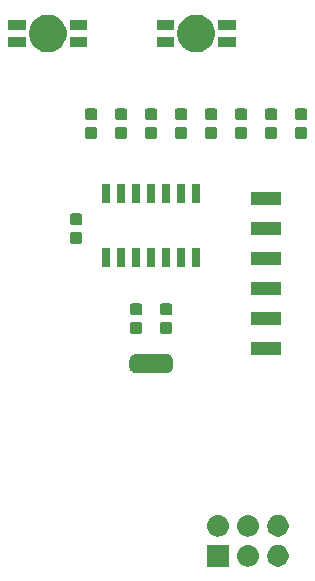
<source format=gbs>
G04 #@! TF.GenerationSoftware,KiCad,Pcbnew,(5.1.0)-1*
G04 #@! TF.CreationDate,2019-10-12T09:41:54-05:00*
G04 #@! TF.ProjectId,supercon-2019-blink,73757065-7263-46f6-9e2d-323031392d62,v01*
G04 #@! TF.SameCoordinates,Original*
G04 #@! TF.FileFunction,Soldermask,Bot*
G04 #@! TF.FilePolarity,Negative*
%FSLAX46Y46*%
G04 Gerber Fmt 4.6, Leading zero omitted, Abs format (unit mm)*
G04 Created by KiCad (PCBNEW (5.1.0)-1) date 2019-10-12 09:41:54*
%MOMM*%
%LPD*%
G04 APERTURE LIST*
%ADD10C,0.100000*%
G04 APERTURE END LIST*
D10*
G36*
X150072600Y-123870600D02*
G01*
X148243400Y-123870600D01*
X148243400Y-122041400D01*
X150072600Y-122041400D01*
X150072600Y-123870600D01*
X150072600Y-123870600D01*
G37*
G36*
X151877294Y-122054633D02*
G01*
X152049695Y-122106931D01*
X152208583Y-122191858D01*
X152347849Y-122306151D01*
X152462142Y-122445417D01*
X152547069Y-122604305D01*
X152599367Y-122776706D01*
X152617025Y-122956000D01*
X152599367Y-123135294D01*
X152547069Y-123307695D01*
X152462142Y-123466583D01*
X152347849Y-123605849D01*
X152208583Y-123720142D01*
X152049695Y-123805069D01*
X151877294Y-123857367D01*
X151742931Y-123870600D01*
X151653069Y-123870600D01*
X151518706Y-123857367D01*
X151346305Y-123805069D01*
X151187417Y-123720142D01*
X151048151Y-123605849D01*
X150933858Y-123466583D01*
X150848931Y-123307695D01*
X150796633Y-123135294D01*
X150778975Y-122956000D01*
X150796633Y-122776706D01*
X150848931Y-122604305D01*
X150933858Y-122445417D01*
X151048151Y-122306151D01*
X151187417Y-122191858D01*
X151346305Y-122106931D01*
X151518706Y-122054633D01*
X151653069Y-122041400D01*
X151742931Y-122041400D01*
X151877294Y-122054633D01*
X151877294Y-122054633D01*
G37*
G36*
X154504778Y-122076547D02*
G01*
X154671224Y-122145491D01*
X154821022Y-122245583D01*
X154948417Y-122372978D01*
X155048509Y-122522776D01*
X155117453Y-122689222D01*
X155152600Y-122865918D01*
X155152600Y-123046082D01*
X155117453Y-123222778D01*
X155048509Y-123389224D01*
X154948417Y-123539022D01*
X154821022Y-123666417D01*
X154671224Y-123766509D01*
X154504778Y-123835453D01*
X154328082Y-123870600D01*
X154147918Y-123870600D01*
X153971222Y-123835453D01*
X153804776Y-123766509D01*
X153654978Y-123666417D01*
X153527583Y-123539022D01*
X153427491Y-123389224D01*
X153358547Y-123222778D01*
X153323400Y-123046082D01*
X153323400Y-122865918D01*
X153358547Y-122689222D01*
X153427491Y-122522776D01*
X153527583Y-122372978D01*
X153654978Y-122245583D01*
X153804776Y-122145491D01*
X153971222Y-122076547D01*
X154147918Y-122041400D01*
X154328082Y-122041400D01*
X154504778Y-122076547D01*
X154504778Y-122076547D01*
G37*
G36*
X154504778Y-119536547D02*
G01*
X154671224Y-119605491D01*
X154821022Y-119705583D01*
X154948417Y-119832978D01*
X155048509Y-119982776D01*
X155117453Y-120149222D01*
X155152600Y-120325918D01*
X155152600Y-120506082D01*
X155117453Y-120682778D01*
X155048509Y-120849224D01*
X154948417Y-120999022D01*
X154821022Y-121126417D01*
X154671224Y-121226509D01*
X154504778Y-121295453D01*
X154328082Y-121330600D01*
X154147918Y-121330600D01*
X153971222Y-121295453D01*
X153804776Y-121226509D01*
X153654978Y-121126417D01*
X153527583Y-120999022D01*
X153427491Y-120849224D01*
X153358547Y-120682778D01*
X153323400Y-120506082D01*
X153323400Y-120325918D01*
X153358547Y-120149222D01*
X153427491Y-119982776D01*
X153527583Y-119832978D01*
X153654978Y-119705583D01*
X153804776Y-119605491D01*
X153971222Y-119536547D01*
X154147918Y-119501400D01*
X154328082Y-119501400D01*
X154504778Y-119536547D01*
X154504778Y-119536547D01*
G37*
G36*
X151877294Y-119514633D02*
G01*
X152049695Y-119566931D01*
X152208583Y-119651858D01*
X152347849Y-119766151D01*
X152462142Y-119905417D01*
X152547069Y-120064305D01*
X152599367Y-120236706D01*
X152617025Y-120416000D01*
X152599367Y-120595294D01*
X152547069Y-120767695D01*
X152462142Y-120926583D01*
X152347849Y-121065849D01*
X152208583Y-121180142D01*
X152049695Y-121265069D01*
X151877294Y-121317367D01*
X151742931Y-121330600D01*
X151653069Y-121330600D01*
X151518706Y-121317367D01*
X151346305Y-121265069D01*
X151187417Y-121180142D01*
X151048151Y-121065849D01*
X150933858Y-120926583D01*
X150848931Y-120767695D01*
X150796633Y-120595294D01*
X150778975Y-120416000D01*
X150796633Y-120236706D01*
X150848931Y-120064305D01*
X150933858Y-119905417D01*
X151048151Y-119766151D01*
X151187417Y-119651858D01*
X151346305Y-119566931D01*
X151518706Y-119514633D01*
X151653069Y-119501400D01*
X151742931Y-119501400D01*
X151877294Y-119514633D01*
X151877294Y-119514633D01*
G37*
G36*
X149337294Y-119514633D02*
G01*
X149509695Y-119566931D01*
X149668583Y-119651858D01*
X149807849Y-119766151D01*
X149922142Y-119905417D01*
X150007069Y-120064305D01*
X150059367Y-120236706D01*
X150077025Y-120416000D01*
X150059367Y-120595294D01*
X150007069Y-120767695D01*
X149922142Y-120926583D01*
X149807849Y-121065849D01*
X149668583Y-121180142D01*
X149509695Y-121265069D01*
X149337294Y-121317367D01*
X149202931Y-121330600D01*
X149113069Y-121330600D01*
X148978706Y-121317367D01*
X148806305Y-121265069D01*
X148647417Y-121180142D01*
X148508151Y-121065849D01*
X148393858Y-120926583D01*
X148308931Y-120767695D01*
X148256633Y-120595294D01*
X148238975Y-120416000D01*
X148256633Y-120236706D01*
X148308931Y-120064305D01*
X148393858Y-119905417D01*
X148508151Y-119766151D01*
X148647417Y-119651858D01*
X148806305Y-119566931D01*
X148978706Y-119514633D01*
X149113069Y-119501400D01*
X149202931Y-119501400D01*
X149337294Y-119514633D01*
X149337294Y-119514633D01*
G37*
G36*
X142769999Y-105879737D02*
G01*
X142784528Y-105884145D01*
X142797711Y-105889606D01*
X142821745Y-105894388D01*
X142846249Y-105894389D01*
X142870282Y-105889609D01*
X142892921Y-105880232D01*
X142894765Y-105879000D01*
X144126050Y-105879000D01*
X144138164Y-105885475D01*
X144161613Y-105892588D01*
X144185999Y-105894990D01*
X144210385Y-105892588D01*
X144233834Y-105885475D01*
X144238746Y-105883152D01*
X144250001Y-105879737D01*
X144266140Y-105878148D01*
X144803861Y-105878148D01*
X144822199Y-105879954D01*
X144834450Y-105880556D01*
X144852869Y-105880556D01*
X144875149Y-105882750D01*
X144959233Y-105899476D01*
X144980660Y-105905976D01*
X145059858Y-105938780D01*
X145065303Y-105941691D01*
X145065309Y-105941693D01*
X145074169Y-105946429D01*
X145074173Y-105946432D01*
X145079614Y-105949340D01*
X145150899Y-105996971D01*
X145168204Y-106011172D01*
X145228828Y-106071796D01*
X145243029Y-106089101D01*
X145290660Y-106160386D01*
X145293568Y-106165827D01*
X145293571Y-106165831D01*
X145298307Y-106174691D01*
X145298309Y-106174697D01*
X145301220Y-106180142D01*
X145334024Y-106259340D01*
X145340524Y-106280767D01*
X145357250Y-106364851D01*
X145359444Y-106387131D01*
X145359444Y-106405550D01*
X145360046Y-106417801D01*
X145361852Y-106436139D01*
X145361852Y-106923862D01*
X145360046Y-106942199D01*
X145359444Y-106954450D01*
X145359444Y-106972869D01*
X145357250Y-106995149D01*
X145340524Y-107079233D01*
X145334024Y-107100660D01*
X145301220Y-107179858D01*
X145298309Y-107185303D01*
X145298307Y-107185309D01*
X145293571Y-107194169D01*
X145293568Y-107194173D01*
X145290660Y-107199614D01*
X145243029Y-107270899D01*
X145228828Y-107288204D01*
X145168204Y-107348828D01*
X145150899Y-107363029D01*
X145079614Y-107410660D01*
X145074173Y-107413568D01*
X145074169Y-107413571D01*
X145065309Y-107418307D01*
X145065303Y-107418309D01*
X145059858Y-107421220D01*
X144980660Y-107454024D01*
X144959233Y-107460524D01*
X144875149Y-107477250D01*
X144852869Y-107479444D01*
X144834450Y-107479444D01*
X144822199Y-107480046D01*
X144803862Y-107481852D01*
X144266140Y-107481852D01*
X144250001Y-107480263D01*
X144235472Y-107475855D01*
X144222289Y-107470394D01*
X144198255Y-107465612D01*
X144173751Y-107465611D01*
X144149718Y-107470391D01*
X144127079Y-107479768D01*
X144125235Y-107481000D01*
X142893950Y-107481000D01*
X142881836Y-107474525D01*
X142858387Y-107467412D01*
X142834001Y-107465010D01*
X142809615Y-107467412D01*
X142786166Y-107474525D01*
X142781254Y-107476848D01*
X142769999Y-107480263D01*
X142753860Y-107481852D01*
X142216138Y-107481852D01*
X142197801Y-107480046D01*
X142185550Y-107479444D01*
X142167131Y-107479444D01*
X142144851Y-107477250D01*
X142060767Y-107460524D01*
X142039340Y-107454024D01*
X141960142Y-107421220D01*
X141954697Y-107418309D01*
X141954691Y-107418307D01*
X141945831Y-107413571D01*
X141945827Y-107413568D01*
X141940386Y-107410660D01*
X141869101Y-107363029D01*
X141851796Y-107348828D01*
X141791172Y-107288204D01*
X141776971Y-107270899D01*
X141729340Y-107199614D01*
X141726432Y-107194173D01*
X141726429Y-107194169D01*
X141721693Y-107185309D01*
X141721691Y-107185303D01*
X141718780Y-107179858D01*
X141685976Y-107100660D01*
X141679476Y-107079233D01*
X141662750Y-106995149D01*
X141660556Y-106972869D01*
X141660556Y-106954450D01*
X141659954Y-106942199D01*
X141658148Y-106923862D01*
X141658148Y-106436139D01*
X141659954Y-106417801D01*
X141660556Y-106405550D01*
X141660556Y-106387131D01*
X141662750Y-106364851D01*
X141679476Y-106280767D01*
X141685976Y-106259340D01*
X141718780Y-106180142D01*
X141721691Y-106174697D01*
X141721693Y-106174691D01*
X141726429Y-106165831D01*
X141726432Y-106165827D01*
X141729340Y-106160386D01*
X141776971Y-106089101D01*
X141791172Y-106071796D01*
X141851796Y-106011172D01*
X141869101Y-105996971D01*
X141940386Y-105949340D01*
X141945827Y-105946432D01*
X141945831Y-105946429D01*
X141954691Y-105941693D01*
X141954697Y-105941691D01*
X141960142Y-105938780D01*
X142039340Y-105905976D01*
X142060767Y-105899476D01*
X142144851Y-105882750D01*
X142167131Y-105880556D01*
X142185550Y-105880556D01*
X142197801Y-105879954D01*
X142216139Y-105878148D01*
X142753860Y-105878148D01*
X142769999Y-105879737D01*
X142769999Y-105879737D01*
G37*
G36*
X154526000Y-105961000D02*
G01*
X151924000Y-105961000D01*
X151924000Y-104859000D01*
X154526000Y-104859000D01*
X154526000Y-105961000D01*
X154526000Y-105961000D01*
G37*
G36*
X145159591Y-103173085D02*
G01*
X145193569Y-103183393D01*
X145224890Y-103200134D01*
X145252339Y-103222661D01*
X145274866Y-103250110D01*
X145291607Y-103281431D01*
X145301915Y-103315409D01*
X145306000Y-103356890D01*
X145306000Y-103958110D01*
X145301915Y-103999591D01*
X145291607Y-104033569D01*
X145274866Y-104064890D01*
X145252339Y-104092339D01*
X145224890Y-104114866D01*
X145193569Y-104131607D01*
X145159591Y-104141915D01*
X145118110Y-104146000D01*
X144441890Y-104146000D01*
X144400409Y-104141915D01*
X144366431Y-104131607D01*
X144335110Y-104114866D01*
X144307661Y-104092339D01*
X144285134Y-104064890D01*
X144268393Y-104033569D01*
X144258085Y-103999591D01*
X144254000Y-103958110D01*
X144254000Y-103356890D01*
X144258085Y-103315409D01*
X144268393Y-103281431D01*
X144285134Y-103250110D01*
X144307661Y-103222661D01*
X144335110Y-103200134D01*
X144366431Y-103183393D01*
X144400409Y-103173085D01*
X144441890Y-103169000D01*
X145118110Y-103169000D01*
X145159591Y-103173085D01*
X145159591Y-103173085D01*
G37*
G36*
X142619591Y-103173085D02*
G01*
X142653569Y-103183393D01*
X142684890Y-103200134D01*
X142712339Y-103222661D01*
X142734866Y-103250110D01*
X142751607Y-103281431D01*
X142761915Y-103315409D01*
X142766000Y-103356890D01*
X142766000Y-103958110D01*
X142761915Y-103999591D01*
X142751607Y-104033569D01*
X142734866Y-104064890D01*
X142712339Y-104092339D01*
X142684890Y-104114866D01*
X142653569Y-104131607D01*
X142619591Y-104141915D01*
X142578110Y-104146000D01*
X141901890Y-104146000D01*
X141860409Y-104141915D01*
X141826431Y-104131607D01*
X141795110Y-104114866D01*
X141767661Y-104092339D01*
X141745134Y-104064890D01*
X141728393Y-104033569D01*
X141718085Y-103999591D01*
X141714000Y-103958110D01*
X141714000Y-103356890D01*
X141718085Y-103315409D01*
X141728393Y-103281431D01*
X141745134Y-103250110D01*
X141767661Y-103222661D01*
X141795110Y-103200134D01*
X141826431Y-103183393D01*
X141860409Y-103173085D01*
X141901890Y-103169000D01*
X142578110Y-103169000D01*
X142619591Y-103173085D01*
X142619591Y-103173085D01*
G37*
G36*
X154526000Y-103421000D02*
G01*
X151924000Y-103421000D01*
X151924000Y-102319000D01*
X154526000Y-102319000D01*
X154526000Y-103421000D01*
X154526000Y-103421000D01*
G37*
G36*
X145159591Y-101598085D02*
G01*
X145193569Y-101608393D01*
X145224890Y-101625134D01*
X145252339Y-101647661D01*
X145274866Y-101675110D01*
X145291607Y-101706431D01*
X145301915Y-101740409D01*
X145306000Y-101781890D01*
X145306000Y-102383110D01*
X145301915Y-102424591D01*
X145291607Y-102458569D01*
X145274866Y-102489890D01*
X145252339Y-102517339D01*
X145224890Y-102539866D01*
X145193569Y-102556607D01*
X145159591Y-102566915D01*
X145118110Y-102571000D01*
X144441890Y-102571000D01*
X144400409Y-102566915D01*
X144366431Y-102556607D01*
X144335110Y-102539866D01*
X144307661Y-102517339D01*
X144285134Y-102489890D01*
X144268393Y-102458569D01*
X144258085Y-102424591D01*
X144254000Y-102383110D01*
X144254000Y-101781890D01*
X144258085Y-101740409D01*
X144268393Y-101706431D01*
X144285134Y-101675110D01*
X144307661Y-101647661D01*
X144335110Y-101625134D01*
X144366431Y-101608393D01*
X144400409Y-101598085D01*
X144441890Y-101594000D01*
X145118110Y-101594000D01*
X145159591Y-101598085D01*
X145159591Y-101598085D01*
G37*
G36*
X142619591Y-101598085D02*
G01*
X142653569Y-101608393D01*
X142684890Y-101625134D01*
X142712339Y-101647661D01*
X142734866Y-101675110D01*
X142751607Y-101706431D01*
X142761915Y-101740409D01*
X142766000Y-101781890D01*
X142766000Y-102383110D01*
X142761915Y-102424591D01*
X142751607Y-102458569D01*
X142734866Y-102489890D01*
X142712339Y-102517339D01*
X142684890Y-102539866D01*
X142653569Y-102556607D01*
X142619591Y-102566915D01*
X142578110Y-102571000D01*
X141901890Y-102571000D01*
X141860409Y-102566915D01*
X141826431Y-102556607D01*
X141795110Y-102539866D01*
X141767661Y-102517339D01*
X141745134Y-102489890D01*
X141728393Y-102458569D01*
X141718085Y-102424591D01*
X141714000Y-102383110D01*
X141714000Y-101781890D01*
X141718085Y-101740409D01*
X141728393Y-101706431D01*
X141745134Y-101675110D01*
X141767661Y-101647661D01*
X141795110Y-101625134D01*
X141826431Y-101608393D01*
X141860409Y-101598085D01*
X141901890Y-101594000D01*
X142578110Y-101594000D01*
X142619591Y-101598085D01*
X142619591Y-101598085D01*
G37*
G36*
X154526000Y-100881000D02*
G01*
X151924000Y-100881000D01*
X151924000Y-99779000D01*
X154526000Y-99779000D01*
X154526000Y-100881000D01*
X154526000Y-100881000D01*
G37*
G36*
X140051000Y-98497000D02*
G01*
X139349000Y-98497000D01*
X139349000Y-96895000D01*
X140051000Y-96895000D01*
X140051000Y-98497000D01*
X140051000Y-98497000D01*
G37*
G36*
X141321000Y-98497000D02*
G01*
X140619000Y-98497000D01*
X140619000Y-96895000D01*
X141321000Y-96895000D01*
X141321000Y-98497000D01*
X141321000Y-98497000D01*
G37*
G36*
X142591000Y-98497000D02*
G01*
X141889000Y-98497000D01*
X141889000Y-96895000D01*
X142591000Y-96895000D01*
X142591000Y-98497000D01*
X142591000Y-98497000D01*
G37*
G36*
X143861000Y-98497000D02*
G01*
X143159000Y-98497000D01*
X143159000Y-96895000D01*
X143861000Y-96895000D01*
X143861000Y-98497000D01*
X143861000Y-98497000D01*
G37*
G36*
X145131000Y-98497000D02*
G01*
X144429000Y-98497000D01*
X144429000Y-96895000D01*
X145131000Y-96895000D01*
X145131000Y-98497000D01*
X145131000Y-98497000D01*
G37*
G36*
X146401000Y-98497000D02*
G01*
X145699000Y-98497000D01*
X145699000Y-96895000D01*
X146401000Y-96895000D01*
X146401000Y-98497000D01*
X146401000Y-98497000D01*
G37*
G36*
X147671000Y-98497000D02*
G01*
X146969000Y-98497000D01*
X146969000Y-96895000D01*
X147671000Y-96895000D01*
X147671000Y-98497000D01*
X147671000Y-98497000D01*
G37*
G36*
X154526000Y-98341000D02*
G01*
X151924000Y-98341000D01*
X151924000Y-97239000D01*
X154526000Y-97239000D01*
X154526000Y-98341000D01*
X154526000Y-98341000D01*
G37*
G36*
X137539591Y-95553085D02*
G01*
X137573569Y-95563393D01*
X137604890Y-95580134D01*
X137632339Y-95602661D01*
X137654866Y-95630110D01*
X137671607Y-95661431D01*
X137681915Y-95695409D01*
X137686000Y-95736890D01*
X137686000Y-96338110D01*
X137681915Y-96379591D01*
X137671607Y-96413569D01*
X137654866Y-96444890D01*
X137632339Y-96472339D01*
X137604890Y-96494866D01*
X137573569Y-96511607D01*
X137539591Y-96521915D01*
X137498110Y-96526000D01*
X136821890Y-96526000D01*
X136780409Y-96521915D01*
X136746431Y-96511607D01*
X136715110Y-96494866D01*
X136687661Y-96472339D01*
X136665134Y-96444890D01*
X136648393Y-96413569D01*
X136638085Y-96379591D01*
X136634000Y-96338110D01*
X136634000Y-95736890D01*
X136638085Y-95695409D01*
X136648393Y-95661431D01*
X136665134Y-95630110D01*
X136687661Y-95602661D01*
X136715110Y-95580134D01*
X136746431Y-95563393D01*
X136780409Y-95553085D01*
X136821890Y-95549000D01*
X137498110Y-95549000D01*
X137539591Y-95553085D01*
X137539591Y-95553085D01*
G37*
G36*
X154526000Y-95801000D02*
G01*
X151924000Y-95801000D01*
X151924000Y-94699000D01*
X154526000Y-94699000D01*
X154526000Y-95801000D01*
X154526000Y-95801000D01*
G37*
G36*
X137539591Y-93978085D02*
G01*
X137573569Y-93988393D01*
X137604890Y-94005134D01*
X137632339Y-94027661D01*
X137654866Y-94055110D01*
X137671607Y-94086431D01*
X137681915Y-94120409D01*
X137686000Y-94161890D01*
X137686000Y-94763110D01*
X137681915Y-94804591D01*
X137671607Y-94838569D01*
X137654866Y-94869890D01*
X137632339Y-94897339D01*
X137604890Y-94919866D01*
X137573569Y-94936607D01*
X137539591Y-94946915D01*
X137498110Y-94951000D01*
X136821890Y-94951000D01*
X136780409Y-94946915D01*
X136746431Y-94936607D01*
X136715110Y-94919866D01*
X136687661Y-94897339D01*
X136665134Y-94869890D01*
X136648393Y-94838569D01*
X136638085Y-94804591D01*
X136634000Y-94763110D01*
X136634000Y-94161890D01*
X136638085Y-94120409D01*
X136648393Y-94086431D01*
X136665134Y-94055110D01*
X136687661Y-94027661D01*
X136715110Y-94005134D01*
X136746431Y-93988393D01*
X136780409Y-93978085D01*
X136821890Y-93974000D01*
X137498110Y-93974000D01*
X137539591Y-93978085D01*
X137539591Y-93978085D01*
G37*
G36*
X154526000Y-93261000D02*
G01*
X151924000Y-93261000D01*
X151924000Y-92159000D01*
X154526000Y-92159000D01*
X154526000Y-93261000D01*
X154526000Y-93261000D01*
G37*
G36*
X146401000Y-93097000D02*
G01*
X145699000Y-93097000D01*
X145699000Y-91495000D01*
X146401000Y-91495000D01*
X146401000Y-93097000D01*
X146401000Y-93097000D01*
G37*
G36*
X140051000Y-93097000D02*
G01*
X139349000Y-93097000D01*
X139349000Y-91495000D01*
X140051000Y-91495000D01*
X140051000Y-93097000D01*
X140051000Y-93097000D01*
G37*
G36*
X147671000Y-93097000D02*
G01*
X146969000Y-93097000D01*
X146969000Y-91495000D01*
X147671000Y-91495000D01*
X147671000Y-93097000D01*
X147671000Y-93097000D01*
G37*
G36*
X145131000Y-93097000D02*
G01*
X144429000Y-93097000D01*
X144429000Y-91495000D01*
X145131000Y-91495000D01*
X145131000Y-93097000D01*
X145131000Y-93097000D01*
G37*
G36*
X143861000Y-93097000D02*
G01*
X143159000Y-93097000D01*
X143159000Y-91495000D01*
X143861000Y-91495000D01*
X143861000Y-93097000D01*
X143861000Y-93097000D01*
G37*
G36*
X141321000Y-93097000D02*
G01*
X140619000Y-93097000D01*
X140619000Y-91495000D01*
X141321000Y-91495000D01*
X141321000Y-93097000D01*
X141321000Y-93097000D01*
G37*
G36*
X142591000Y-93097000D02*
G01*
X141889000Y-93097000D01*
X141889000Y-91495000D01*
X142591000Y-91495000D01*
X142591000Y-93097000D01*
X142591000Y-93097000D01*
G37*
G36*
X138809591Y-86663085D02*
G01*
X138843569Y-86673393D01*
X138874890Y-86690134D01*
X138902339Y-86712661D01*
X138924866Y-86740110D01*
X138941607Y-86771431D01*
X138951915Y-86805409D01*
X138956000Y-86846890D01*
X138956000Y-87448110D01*
X138951915Y-87489591D01*
X138941607Y-87523569D01*
X138924866Y-87554890D01*
X138902339Y-87582339D01*
X138874890Y-87604866D01*
X138843569Y-87621607D01*
X138809591Y-87631915D01*
X138768110Y-87636000D01*
X138091890Y-87636000D01*
X138050409Y-87631915D01*
X138016431Y-87621607D01*
X137985110Y-87604866D01*
X137957661Y-87582339D01*
X137935134Y-87554890D01*
X137918393Y-87523569D01*
X137908085Y-87489591D01*
X137904000Y-87448110D01*
X137904000Y-86846890D01*
X137908085Y-86805409D01*
X137918393Y-86771431D01*
X137935134Y-86740110D01*
X137957661Y-86712661D01*
X137985110Y-86690134D01*
X138016431Y-86673393D01*
X138050409Y-86663085D01*
X138091890Y-86659000D01*
X138768110Y-86659000D01*
X138809591Y-86663085D01*
X138809591Y-86663085D01*
G37*
G36*
X151509591Y-86663085D02*
G01*
X151543569Y-86673393D01*
X151574890Y-86690134D01*
X151602339Y-86712661D01*
X151624866Y-86740110D01*
X151641607Y-86771431D01*
X151651915Y-86805409D01*
X151656000Y-86846890D01*
X151656000Y-87448110D01*
X151651915Y-87489591D01*
X151641607Y-87523569D01*
X151624866Y-87554890D01*
X151602339Y-87582339D01*
X151574890Y-87604866D01*
X151543569Y-87621607D01*
X151509591Y-87631915D01*
X151468110Y-87636000D01*
X150791890Y-87636000D01*
X150750409Y-87631915D01*
X150716431Y-87621607D01*
X150685110Y-87604866D01*
X150657661Y-87582339D01*
X150635134Y-87554890D01*
X150618393Y-87523569D01*
X150608085Y-87489591D01*
X150604000Y-87448110D01*
X150604000Y-86846890D01*
X150608085Y-86805409D01*
X150618393Y-86771431D01*
X150635134Y-86740110D01*
X150657661Y-86712661D01*
X150685110Y-86690134D01*
X150716431Y-86673393D01*
X150750409Y-86663085D01*
X150791890Y-86659000D01*
X151468110Y-86659000D01*
X151509591Y-86663085D01*
X151509591Y-86663085D01*
G37*
G36*
X154049591Y-86663085D02*
G01*
X154083569Y-86673393D01*
X154114890Y-86690134D01*
X154142339Y-86712661D01*
X154164866Y-86740110D01*
X154181607Y-86771431D01*
X154191915Y-86805409D01*
X154196000Y-86846890D01*
X154196000Y-87448110D01*
X154191915Y-87489591D01*
X154181607Y-87523569D01*
X154164866Y-87554890D01*
X154142339Y-87582339D01*
X154114890Y-87604866D01*
X154083569Y-87621607D01*
X154049591Y-87631915D01*
X154008110Y-87636000D01*
X153331890Y-87636000D01*
X153290409Y-87631915D01*
X153256431Y-87621607D01*
X153225110Y-87604866D01*
X153197661Y-87582339D01*
X153175134Y-87554890D01*
X153158393Y-87523569D01*
X153148085Y-87489591D01*
X153144000Y-87448110D01*
X153144000Y-86846890D01*
X153148085Y-86805409D01*
X153158393Y-86771431D01*
X153175134Y-86740110D01*
X153197661Y-86712661D01*
X153225110Y-86690134D01*
X153256431Y-86673393D01*
X153290409Y-86663085D01*
X153331890Y-86659000D01*
X154008110Y-86659000D01*
X154049591Y-86663085D01*
X154049591Y-86663085D01*
G37*
G36*
X156589591Y-86663085D02*
G01*
X156623569Y-86673393D01*
X156654890Y-86690134D01*
X156682339Y-86712661D01*
X156704866Y-86740110D01*
X156721607Y-86771431D01*
X156731915Y-86805409D01*
X156736000Y-86846890D01*
X156736000Y-87448110D01*
X156731915Y-87489591D01*
X156721607Y-87523569D01*
X156704866Y-87554890D01*
X156682339Y-87582339D01*
X156654890Y-87604866D01*
X156623569Y-87621607D01*
X156589591Y-87631915D01*
X156548110Y-87636000D01*
X155871890Y-87636000D01*
X155830409Y-87631915D01*
X155796431Y-87621607D01*
X155765110Y-87604866D01*
X155737661Y-87582339D01*
X155715134Y-87554890D01*
X155698393Y-87523569D01*
X155688085Y-87489591D01*
X155684000Y-87448110D01*
X155684000Y-86846890D01*
X155688085Y-86805409D01*
X155698393Y-86771431D01*
X155715134Y-86740110D01*
X155737661Y-86712661D01*
X155765110Y-86690134D01*
X155796431Y-86673393D01*
X155830409Y-86663085D01*
X155871890Y-86659000D01*
X156548110Y-86659000D01*
X156589591Y-86663085D01*
X156589591Y-86663085D01*
G37*
G36*
X143889591Y-86663085D02*
G01*
X143923569Y-86673393D01*
X143954890Y-86690134D01*
X143982339Y-86712661D01*
X144004866Y-86740110D01*
X144021607Y-86771431D01*
X144031915Y-86805409D01*
X144036000Y-86846890D01*
X144036000Y-87448110D01*
X144031915Y-87489591D01*
X144021607Y-87523569D01*
X144004866Y-87554890D01*
X143982339Y-87582339D01*
X143954890Y-87604866D01*
X143923569Y-87621607D01*
X143889591Y-87631915D01*
X143848110Y-87636000D01*
X143171890Y-87636000D01*
X143130409Y-87631915D01*
X143096431Y-87621607D01*
X143065110Y-87604866D01*
X143037661Y-87582339D01*
X143015134Y-87554890D01*
X142998393Y-87523569D01*
X142988085Y-87489591D01*
X142984000Y-87448110D01*
X142984000Y-86846890D01*
X142988085Y-86805409D01*
X142998393Y-86771431D01*
X143015134Y-86740110D01*
X143037661Y-86712661D01*
X143065110Y-86690134D01*
X143096431Y-86673393D01*
X143130409Y-86663085D01*
X143171890Y-86659000D01*
X143848110Y-86659000D01*
X143889591Y-86663085D01*
X143889591Y-86663085D01*
G37*
G36*
X141349591Y-86663085D02*
G01*
X141383569Y-86673393D01*
X141414890Y-86690134D01*
X141442339Y-86712661D01*
X141464866Y-86740110D01*
X141481607Y-86771431D01*
X141491915Y-86805409D01*
X141496000Y-86846890D01*
X141496000Y-87448110D01*
X141491915Y-87489591D01*
X141481607Y-87523569D01*
X141464866Y-87554890D01*
X141442339Y-87582339D01*
X141414890Y-87604866D01*
X141383569Y-87621607D01*
X141349591Y-87631915D01*
X141308110Y-87636000D01*
X140631890Y-87636000D01*
X140590409Y-87631915D01*
X140556431Y-87621607D01*
X140525110Y-87604866D01*
X140497661Y-87582339D01*
X140475134Y-87554890D01*
X140458393Y-87523569D01*
X140448085Y-87489591D01*
X140444000Y-87448110D01*
X140444000Y-86846890D01*
X140448085Y-86805409D01*
X140458393Y-86771431D01*
X140475134Y-86740110D01*
X140497661Y-86712661D01*
X140525110Y-86690134D01*
X140556431Y-86673393D01*
X140590409Y-86663085D01*
X140631890Y-86659000D01*
X141308110Y-86659000D01*
X141349591Y-86663085D01*
X141349591Y-86663085D01*
G37*
G36*
X146429591Y-86663085D02*
G01*
X146463569Y-86673393D01*
X146494890Y-86690134D01*
X146522339Y-86712661D01*
X146544866Y-86740110D01*
X146561607Y-86771431D01*
X146571915Y-86805409D01*
X146576000Y-86846890D01*
X146576000Y-87448110D01*
X146571915Y-87489591D01*
X146561607Y-87523569D01*
X146544866Y-87554890D01*
X146522339Y-87582339D01*
X146494890Y-87604866D01*
X146463569Y-87621607D01*
X146429591Y-87631915D01*
X146388110Y-87636000D01*
X145711890Y-87636000D01*
X145670409Y-87631915D01*
X145636431Y-87621607D01*
X145605110Y-87604866D01*
X145577661Y-87582339D01*
X145555134Y-87554890D01*
X145538393Y-87523569D01*
X145528085Y-87489591D01*
X145524000Y-87448110D01*
X145524000Y-86846890D01*
X145528085Y-86805409D01*
X145538393Y-86771431D01*
X145555134Y-86740110D01*
X145577661Y-86712661D01*
X145605110Y-86690134D01*
X145636431Y-86673393D01*
X145670409Y-86663085D01*
X145711890Y-86659000D01*
X146388110Y-86659000D01*
X146429591Y-86663085D01*
X146429591Y-86663085D01*
G37*
G36*
X148969591Y-86663085D02*
G01*
X149003569Y-86673393D01*
X149034890Y-86690134D01*
X149062339Y-86712661D01*
X149084866Y-86740110D01*
X149101607Y-86771431D01*
X149111915Y-86805409D01*
X149116000Y-86846890D01*
X149116000Y-87448110D01*
X149111915Y-87489591D01*
X149101607Y-87523569D01*
X149084866Y-87554890D01*
X149062339Y-87582339D01*
X149034890Y-87604866D01*
X149003569Y-87621607D01*
X148969591Y-87631915D01*
X148928110Y-87636000D01*
X148251890Y-87636000D01*
X148210409Y-87631915D01*
X148176431Y-87621607D01*
X148145110Y-87604866D01*
X148117661Y-87582339D01*
X148095134Y-87554890D01*
X148078393Y-87523569D01*
X148068085Y-87489591D01*
X148064000Y-87448110D01*
X148064000Y-86846890D01*
X148068085Y-86805409D01*
X148078393Y-86771431D01*
X148095134Y-86740110D01*
X148117661Y-86712661D01*
X148145110Y-86690134D01*
X148176431Y-86673393D01*
X148210409Y-86663085D01*
X148251890Y-86659000D01*
X148928110Y-86659000D01*
X148969591Y-86663085D01*
X148969591Y-86663085D01*
G37*
G36*
X148969591Y-85088085D02*
G01*
X149003569Y-85098393D01*
X149034890Y-85115134D01*
X149062339Y-85137661D01*
X149084866Y-85165110D01*
X149101607Y-85196431D01*
X149111915Y-85230409D01*
X149116000Y-85271890D01*
X149116000Y-85873110D01*
X149111915Y-85914591D01*
X149101607Y-85948569D01*
X149084866Y-85979890D01*
X149062339Y-86007339D01*
X149034890Y-86029866D01*
X149003569Y-86046607D01*
X148969591Y-86056915D01*
X148928110Y-86061000D01*
X148251890Y-86061000D01*
X148210409Y-86056915D01*
X148176431Y-86046607D01*
X148145110Y-86029866D01*
X148117661Y-86007339D01*
X148095134Y-85979890D01*
X148078393Y-85948569D01*
X148068085Y-85914591D01*
X148064000Y-85873110D01*
X148064000Y-85271890D01*
X148068085Y-85230409D01*
X148078393Y-85196431D01*
X148095134Y-85165110D01*
X148117661Y-85137661D01*
X148145110Y-85115134D01*
X148176431Y-85098393D01*
X148210409Y-85088085D01*
X148251890Y-85084000D01*
X148928110Y-85084000D01*
X148969591Y-85088085D01*
X148969591Y-85088085D01*
G37*
G36*
X138809591Y-85088085D02*
G01*
X138843569Y-85098393D01*
X138874890Y-85115134D01*
X138902339Y-85137661D01*
X138924866Y-85165110D01*
X138941607Y-85196431D01*
X138951915Y-85230409D01*
X138956000Y-85271890D01*
X138956000Y-85873110D01*
X138951915Y-85914591D01*
X138941607Y-85948569D01*
X138924866Y-85979890D01*
X138902339Y-86007339D01*
X138874890Y-86029866D01*
X138843569Y-86046607D01*
X138809591Y-86056915D01*
X138768110Y-86061000D01*
X138091890Y-86061000D01*
X138050409Y-86056915D01*
X138016431Y-86046607D01*
X137985110Y-86029866D01*
X137957661Y-86007339D01*
X137935134Y-85979890D01*
X137918393Y-85948569D01*
X137908085Y-85914591D01*
X137904000Y-85873110D01*
X137904000Y-85271890D01*
X137908085Y-85230409D01*
X137918393Y-85196431D01*
X137935134Y-85165110D01*
X137957661Y-85137661D01*
X137985110Y-85115134D01*
X138016431Y-85098393D01*
X138050409Y-85088085D01*
X138091890Y-85084000D01*
X138768110Y-85084000D01*
X138809591Y-85088085D01*
X138809591Y-85088085D01*
G37*
G36*
X141349591Y-85088085D02*
G01*
X141383569Y-85098393D01*
X141414890Y-85115134D01*
X141442339Y-85137661D01*
X141464866Y-85165110D01*
X141481607Y-85196431D01*
X141491915Y-85230409D01*
X141496000Y-85271890D01*
X141496000Y-85873110D01*
X141491915Y-85914591D01*
X141481607Y-85948569D01*
X141464866Y-85979890D01*
X141442339Y-86007339D01*
X141414890Y-86029866D01*
X141383569Y-86046607D01*
X141349591Y-86056915D01*
X141308110Y-86061000D01*
X140631890Y-86061000D01*
X140590409Y-86056915D01*
X140556431Y-86046607D01*
X140525110Y-86029866D01*
X140497661Y-86007339D01*
X140475134Y-85979890D01*
X140458393Y-85948569D01*
X140448085Y-85914591D01*
X140444000Y-85873110D01*
X140444000Y-85271890D01*
X140448085Y-85230409D01*
X140458393Y-85196431D01*
X140475134Y-85165110D01*
X140497661Y-85137661D01*
X140525110Y-85115134D01*
X140556431Y-85098393D01*
X140590409Y-85088085D01*
X140631890Y-85084000D01*
X141308110Y-85084000D01*
X141349591Y-85088085D01*
X141349591Y-85088085D01*
G37*
G36*
X143889591Y-85088085D02*
G01*
X143923569Y-85098393D01*
X143954890Y-85115134D01*
X143982339Y-85137661D01*
X144004866Y-85165110D01*
X144021607Y-85196431D01*
X144031915Y-85230409D01*
X144036000Y-85271890D01*
X144036000Y-85873110D01*
X144031915Y-85914591D01*
X144021607Y-85948569D01*
X144004866Y-85979890D01*
X143982339Y-86007339D01*
X143954890Y-86029866D01*
X143923569Y-86046607D01*
X143889591Y-86056915D01*
X143848110Y-86061000D01*
X143171890Y-86061000D01*
X143130409Y-86056915D01*
X143096431Y-86046607D01*
X143065110Y-86029866D01*
X143037661Y-86007339D01*
X143015134Y-85979890D01*
X142998393Y-85948569D01*
X142988085Y-85914591D01*
X142984000Y-85873110D01*
X142984000Y-85271890D01*
X142988085Y-85230409D01*
X142998393Y-85196431D01*
X143015134Y-85165110D01*
X143037661Y-85137661D01*
X143065110Y-85115134D01*
X143096431Y-85098393D01*
X143130409Y-85088085D01*
X143171890Y-85084000D01*
X143848110Y-85084000D01*
X143889591Y-85088085D01*
X143889591Y-85088085D01*
G37*
G36*
X146429591Y-85088085D02*
G01*
X146463569Y-85098393D01*
X146494890Y-85115134D01*
X146522339Y-85137661D01*
X146544866Y-85165110D01*
X146561607Y-85196431D01*
X146571915Y-85230409D01*
X146576000Y-85271890D01*
X146576000Y-85873110D01*
X146571915Y-85914591D01*
X146561607Y-85948569D01*
X146544866Y-85979890D01*
X146522339Y-86007339D01*
X146494890Y-86029866D01*
X146463569Y-86046607D01*
X146429591Y-86056915D01*
X146388110Y-86061000D01*
X145711890Y-86061000D01*
X145670409Y-86056915D01*
X145636431Y-86046607D01*
X145605110Y-86029866D01*
X145577661Y-86007339D01*
X145555134Y-85979890D01*
X145538393Y-85948569D01*
X145528085Y-85914591D01*
X145524000Y-85873110D01*
X145524000Y-85271890D01*
X145528085Y-85230409D01*
X145538393Y-85196431D01*
X145555134Y-85165110D01*
X145577661Y-85137661D01*
X145605110Y-85115134D01*
X145636431Y-85098393D01*
X145670409Y-85088085D01*
X145711890Y-85084000D01*
X146388110Y-85084000D01*
X146429591Y-85088085D01*
X146429591Y-85088085D01*
G37*
G36*
X151509591Y-85088085D02*
G01*
X151543569Y-85098393D01*
X151574890Y-85115134D01*
X151602339Y-85137661D01*
X151624866Y-85165110D01*
X151641607Y-85196431D01*
X151651915Y-85230409D01*
X151656000Y-85271890D01*
X151656000Y-85873110D01*
X151651915Y-85914591D01*
X151641607Y-85948569D01*
X151624866Y-85979890D01*
X151602339Y-86007339D01*
X151574890Y-86029866D01*
X151543569Y-86046607D01*
X151509591Y-86056915D01*
X151468110Y-86061000D01*
X150791890Y-86061000D01*
X150750409Y-86056915D01*
X150716431Y-86046607D01*
X150685110Y-86029866D01*
X150657661Y-86007339D01*
X150635134Y-85979890D01*
X150618393Y-85948569D01*
X150608085Y-85914591D01*
X150604000Y-85873110D01*
X150604000Y-85271890D01*
X150608085Y-85230409D01*
X150618393Y-85196431D01*
X150635134Y-85165110D01*
X150657661Y-85137661D01*
X150685110Y-85115134D01*
X150716431Y-85098393D01*
X150750409Y-85088085D01*
X150791890Y-85084000D01*
X151468110Y-85084000D01*
X151509591Y-85088085D01*
X151509591Y-85088085D01*
G37*
G36*
X154049591Y-85088085D02*
G01*
X154083569Y-85098393D01*
X154114890Y-85115134D01*
X154142339Y-85137661D01*
X154164866Y-85165110D01*
X154181607Y-85196431D01*
X154191915Y-85230409D01*
X154196000Y-85271890D01*
X154196000Y-85873110D01*
X154191915Y-85914591D01*
X154181607Y-85948569D01*
X154164866Y-85979890D01*
X154142339Y-86007339D01*
X154114890Y-86029866D01*
X154083569Y-86046607D01*
X154049591Y-86056915D01*
X154008110Y-86061000D01*
X153331890Y-86061000D01*
X153290409Y-86056915D01*
X153256431Y-86046607D01*
X153225110Y-86029866D01*
X153197661Y-86007339D01*
X153175134Y-85979890D01*
X153158393Y-85948569D01*
X153148085Y-85914591D01*
X153144000Y-85873110D01*
X153144000Y-85271890D01*
X153148085Y-85230409D01*
X153158393Y-85196431D01*
X153175134Y-85165110D01*
X153197661Y-85137661D01*
X153225110Y-85115134D01*
X153256431Y-85098393D01*
X153290409Y-85088085D01*
X153331890Y-85084000D01*
X154008110Y-85084000D01*
X154049591Y-85088085D01*
X154049591Y-85088085D01*
G37*
G36*
X156589591Y-85088085D02*
G01*
X156623569Y-85098393D01*
X156654890Y-85115134D01*
X156682339Y-85137661D01*
X156704866Y-85165110D01*
X156721607Y-85196431D01*
X156731915Y-85230409D01*
X156736000Y-85271890D01*
X156736000Y-85873110D01*
X156731915Y-85914591D01*
X156721607Y-85948569D01*
X156704866Y-85979890D01*
X156682339Y-86007339D01*
X156654890Y-86029866D01*
X156623569Y-86046607D01*
X156589591Y-86056915D01*
X156548110Y-86061000D01*
X155871890Y-86061000D01*
X155830409Y-86056915D01*
X155796431Y-86046607D01*
X155765110Y-86029866D01*
X155737661Y-86007339D01*
X155715134Y-85979890D01*
X155698393Y-85948569D01*
X155688085Y-85914591D01*
X155684000Y-85873110D01*
X155684000Y-85271890D01*
X155688085Y-85230409D01*
X155698393Y-85196431D01*
X155715134Y-85165110D01*
X155737661Y-85137661D01*
X155765110Y-85115134D01*
X155796431Y-85098393D01*
X155830409Y-85088085D01*
X155871890Y-85084000D01*
X156548110Y-85084000D01*
X156589591Y-85088085D01*
X156589591Y-85088085D01*
G37*
G36*
X147786703Y-77201486D02*
G01*
X148077883Y-77322097D01*
X148339940Y-77497198D01*
X148562802Y-77720060D01*
X148737903Y-77982117D01*
X148858514Y-78273297D01*
X148920566Y-78585256D01*
X148920000Y-78590999D01*
X148920000Y-78889001D01*
X148920566Y-78894744D01*
X148858514Y-79206703D01*
X148737903Y-79497883D01*
X148562802Y-79759940D01*
X148339940Y-79982802D01*
X148077883Y-80157903D01*
X147786703Y-80278514D01*
X147477588Y-80340000D01*
X147162412Y-80340000D01*
X146853297Y-80278514D01*
X146562117Y-80157903D01*
X146300060Y-79982802D01*
X146077198Y-79759940D01*
X145902097Y-79497883D01*
X145781486Y-79206703D01*
X145719434Y-78894744D01*
X145720000Y-78889001D01*
X145720000Y-78590999D01*
X145719434Y-78585256D01*
X145781486Y-78273297D01*
X145902097Y-77982117D01*
X146077198Y-77720060D01*
X146300060Y-77497198D01*
X146562117Y-77322097D01*
X146853297Y-77201486D01*
X147162412Y-77140000D01*
X147477588Y-77140000D01*
X147786703Y-77201486D01*
X147786703Y-77201486D01*
G37*
G36*
X135213703Y-77201486D02*
G01*
X135504883Y-77322097D01*
X135766940Y-77497198D01*
X135989802Y-77720060D01*
X136164903Y-77982117D01*
X136285514Y-78273297D01*
X136347566Y-78585256D01*
X136347000Y-78590999D01*
X136347000Y-78889001D01*
X136347566Y-78894744D01*
X136285514Y-79206703D01*
X136164903Y-79497883D01*
X135989802Y-79759940D01*
X135766940Y-79982802D01*
X135504883Y-80157903D01*
X135213703Y-80278514D01*
X134904588Y-80340000D01*
X134589412Y-80340000D01*
X134280297Y-80278514D01*
X133989117Y-80157903D01*
X133727060Y-79982802D01*
X133504198Y-79759940D01*
X133329097Y-79497883D01*
X133208486Y-79206703D01*
X133146434Y-78894744D01*
X133147000Y-78889001D01*
X133147000Y-78590999D01*
X133146434Y-78585256D01*
X133208486Y-78273297D01*
X133329097Y-77982117D01*
X133504198Y-77720060D01*
X133727060Y-77497198D01*
X133989117Y-77322097D01*
X134280297Y-77201486D01*
X134589412Y-77140000D01*
X134904588Y-77140000D01*
X135213703Y-77201486D01*
X135213703Y-77201486D01*
G37*
G36*
X132898000Y-79916000D02*
G01*
X131396000Y-79916000D01*
X131396000Y-79014000D01*
X132898000Y-79014000D01*
X132898000Y-79916000D01*
X132898000Y-79916000D01*
G37*
G36*
X145471000Y-79916000D02*
G01*
X143969000Y-79916000D01*
X143969000Y-79014000D01*
X145471000Y-79014000D01*
X145471000Y-79916000D01*
X145471000Y-79916000D01*
G37*
G36*
X150671000Y-79916000D02*
G01*
X149169000Y-79916000D01*
X149169000Y-79014000D01*
X150671000Y-79014000D01*
X150671000Y-79916000D01*
X150671000Y-79916000D01*
G37*
G36*
X138098000Y-79916000D02*
G01*
X136596000Y-79916000D01*
X136596000Y-79014000D01*
X138098000Y-79014000D01*
X138098000Y-79916000D01*
X138098000Y-79916000D01*
G37*
G36*
X150671000Y-78466000D02*
G01*
X149169000Y-78466000D01*
X149169000Y-77564000D01*
X150671000Y-77564000D01*
X150671000Y-78466000D01*
X150671000Y-78466000D01*
G37*
G36*
X145471000Y-78466000D02*
G01*
X143969000Y-78466000D01*
X143969000Y-77564000D01*
X145471000Y-77564000D01*
X145471000Y-78466000D01*
X145471000Y-78466000D01*
G37*
G36*
X138098000Y-78466000D02*
G01*
X136596000Y-78466000D01*
X136596000Y-77564000D01*
X138098000Y-77564000D01*
X138098000Y-78466000D01*
X138098000Y-78466000D01*
G37*
G36*
X132898000Y-78466000D02*
G01*
X131396000Y-78466000D01*
X131396000Y-77564000D01*
X132898000Y-77564000D01*
X132898000Y-78466000D01*
X132898000Y-78466000D01*
G37*
M02*

</source>
